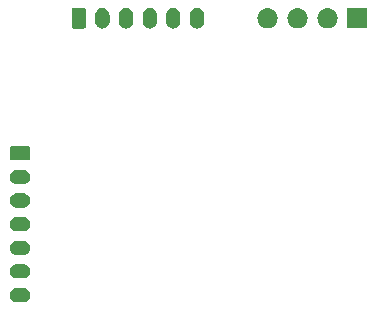
<source format=gbr>
G04 #@! TF.GenerationSoftware,KiCad,Pcbnew,(5.1.4)-1*
G04 #@! TF.CreationDate,2019-11-08T14:44:36+01:00*
G04 #@! TF.ProjectId,BLDC_4,424c4443-5f34-42e6-9b69-6361645f7063,rev?*
G04 #@! TF.SameCoordinates,Original*
G04 #@! TF.FileFunction,Soldermask,Bot*
G04 #@! TF.FilePolarity,Negative*
%FSLAX46Y46*%
G04 Gerber Fmt 4.6, Leading zero omitted, Abs format (unit mm)*
G04 Created by KiCad (PCBNEW (5.1.4)-1) date 2019-11-08 14:44:36*
%MOMM*%
%LPD*%
G04 APERTURE LIST*
%ADD10C,0.100000*%
G04 APERTURE END LIST*
D10*
G36*
X136282621Y-81893682D02*
G01*
X136395721Y-81927990D01*
X136499955Y-81983704D01*
X136591317Y-82058683D01*
X136666296Y-82150045D01*
X136722010Y-82254279D01*
X136756318Y-82367379D01*
X136767903Y-82485000D01*
X136756318Y-82602621D01*
X136722010Y-82715721D01*
X136666296Y-82819955D01*
X136591317Y-82911317D01*
X136499955Y-82986296D01*
X136395721Y-83042010D01*
X136282621Y-83076318D01*
X136194474Y-83085000D01*
X135585526Y-83085000D01*
X135497379Y-83076318D01*
X135384279Y-83042010D01*
X135280045Y-82986296D01*
X135188683Y-82911317D01*
X135113704Y-82819955D01*
X135057990Y-82715721D01*
X135023682Y-82602621D01*
X135012097Y-82485000D01*
X135023682Y-82367379D01*
X135057990Y-82254279D01*
X135113704Y-82150045D01*
X135188683Y-82058683D01*
X135280045Y-81983704D01*
X135384279Y-81927990D01*
X135497379Y-81893682D01*
X135585526Y-81885000D01*
X136194474Y-81885000D01*
X136282621Y-81893682D01*
X136282621Y-81893682D01*
G37*
G36*
X136282621Y-79893682D02*
G01*
X136395721Y-79927990D01*
X136499955Y-79983704D01*
X136591317Y-80058683D01*
X136666296Y-80150045D01*
X136722010Y-80254279D01*
X136756318Y-80367379D01*
X136767903Y-80485000D01*
X136756318Y-80602621D01*
X136722010Y-80715721D01*
X136666296Y-80819955D01*
X136591317Y-80911317D01*
X136499955Y-80986296D01*
X136395721Y-81042010D01*
X136282621Y-81076318D01*
X136194474Y-81085000D01*
X135585526Y-81085000D01*
X135497379Y-81076318D01*
X135384279Y-81042010D01*
X135280045Y-80986296D01*
X135188683Y-80911317D01*
X135113704Y-80819955D01*
X135057990Y-80715721D01*
X135023682Y-80602621D01*
X135012097Y-80485000D01*
X135023682Y-80367379D01*
X135057990Y-80254279D01*
X135113704Y-80150045D01*
X135188683Y-80058683D01*
X135280045Y-79983704D01*
X135384279Y-79927990D01*
X135497379Y-79893682D01*
X135585526Y-79885000D01*
X136194474Y-79885000D01*
X136282621Y-79893682D01*
X136282621Y-79893682D01*
G37*
G36*
X136282621Y-77893682D02*
G01*
X136395721Y-77927990D01*
X136499955Y-77983704D01*
X136591317Y-78058683D01*
X136666296Y-78150045D01*
X136722010Y-78254279D01*
X136756318Y-78367379D01*
X136767903Y-78485000D01*
X136756318Y-78602621D01*
X136722010Y-78715721D01*
X136666296Y-78819955D01*
X136591317Y-78911317D01*
X136499955Y-78986296D01*
X136395721Y-79042010D01*
X136282621Y-79076318D01*
X136194474Y-79085000D01*
X135585526Y-79085000D01*
X135497379Y-79076318D01*
X135384279Y-79042010D01*
X135280045Y-78986296D01*
X135188683Y-78911317D01*
X135113704Y-78819955D01*
X135057990Y-78715721D01*
X135023682Y-78602621D01*
X135012097Y-78485000D01*
X135023682Y-78367379D01*
X135057990Y-78254279D01*
X135113704Y-78150045D01*
X135188683Y-78058683D01*
X135280045Y-77983704D01*
X135384279Y-77927990D01*
X135497379Y-77893682D01*
X135585526Y-77885000D01*
X136194474Y-77885000D01*
X136282621Y-77893682D01*
X136282621Y-77893682D01*
G37*
G36*
X136282621Y-75893682D02*
G01*
X136395721Y-75927990D01*
X136499955Y-75983704D01*
X136591317Y-76058683D01*
X136666296Y-76150045D01*
X136722010Y-76254279D01*
X136756318Y-76367379D01*
X136767903Y-76485000D01*
X136756318Y-76602621D01*
X136722010Y-76715721D01*
X136666296Y-76819955D01*
X136591317Y-76911317D01*
X136499955Y-76986296D01*
X136395721Y-77042010D01*
X136282621Y-77076318D01*
X136194474Y-77085000D01*
X135585526Y-77085000D01*
X135497379Y-77076318D01*
X135384279Y-77042010D01*
X135280045Y-76986296D01*
X135188683Y-76911317D01*
X135113704Y-76819955D01*
X135057990Y-76715721D01*
X135023682Y-76602621D01*
X135012097Y-76485000D01*
X135023682Y-76367379D01*
X135057990Y-76254279D01*
X135113704Y-76150045D01*
X135188683Y-76058683D01*
X135280045Y-75983704D01*
X135384279Y-75927990D01*
X135497379Y-75893682D01*
X135585526Y-75885000D01*
X136194474Y-75885000D01*
X136282621Y-75893682D01*
X136282621Y-75893682D01*
G37*
G36*
X136282621Y-73893682D02*
G01*
X136395721Y-73927990D01*
X136499955Y-73983704D01*
X136591317Y-74058683D01*
X136666296Y-74150045D01*
X136722010Y-74254279D01*
X136756318Y-74367379D01*
X136767903Y-74485000D01*
X136756318Y-74602621D01*
X136722010Y-74715721D01*
X136666296Y-74819955D01*
X136591317Y-74911317D01*
X136499955Y-74986296D01*
X136395721Y-75042010D01*
X136282621Y-75076318D01*
X136194474Y-75085000D01*
X135585526Y-75085000D01*
X135497379Y-75076318D01*
X135384279Y-75042010D01*
X135280045Y-74986296D01*
X135188683Y-74911317D01*
X135113704Y-74819955D01*
X135057990Y-74715721D01*
X135023682Y-74602621D01*
X135012097Y-74485000D01*
X135023682Y-74367379D01*
X135057990Y-74254279D01*
X135113704Y-74150045D01*
X135188683Y-74058683D01*
X135280045Y-73983704D01*
X135384279Y-73927990D01*
X135497379Y-73893682D01*
X135585526Y-73885000D01*
X136194474Y-73885000D01*
X136282621Y-73893682D01*
X136282621Y-73893682D01*
G37*
G36*
X136282621Y-71893682D02*
G01*
X136395721Y-71927990D01*
X136499955Y-71983704D01*
X136591317Y-72058683D01*
X136666296Y-72150045D01*
X136722010Y-72254279D01*
X136756318Y-72367379D01*
X136767903Y-72485000D01*
X136756318Y-72602621D01*
X136722010Y-72715721D01*
X136666296Y-72819955D01*
X136591317Y-72911317D01*
X136499955Y-72986296D01*
X136395721Y-73042010D01*
X136282621Y-73076318D01*
X136194474Y-73085000D01*
X135585526Y-73085000D01*
X135497379Y-73076318D01*
X135384279Y-73042010D01*
X135280045Y-72986296D01*
X135188683Y-72911317D01*
X135113704Y-72819955D01*
X135057990Y-72715721D01*
X135023682Y-72602621D01*
X135012097Y-72485000D01*
X135023682Y-72367379D01*
X135057990Y-72254279D01*
X135113704Y-72150045D01*
X135188683Y-72058683D01*
X135280045Y-71983704D01*
X135384279Y-71927990D01*
X135497379Y-71893682D01*
X135585526Y-71885000D01*
X136194474Y-71885000D01*
X136282621Y-71893682D01*
X136282621Y-71893682D01*
G37*
G36*
X136622345Y-69888995D02*
G01*
X136655451Y-69899038D01*
X136685964Y-69915347D01*
X136712706Y-69937294D01*
X136734653Y-69964036D01*
X136750962Y-69994549D01*
X136761005Y-70027655D01*
X136765000Y-70068221D01*
X136765000Y-70901779D01*
X136761005Y-70942345D01*
X136750962Y-70975451D01*
X136734653Y-71005964D01*
X136712706Y-71032706D01*
X136685964Y-71054653D01*
X136655451Y-71070962D01*
X136622345Y-71081005D01*
X136581779Y-71085000D01*
X135198221Y-71085000D01*
X135157655Y-71081005D01*
X135124549Y-71070962D01*
X135094036Y-71054653D01*
X135067294Y-71032706D01*
X135045347Y-71005964D01*
X135029038Y-70975451D01*
X135018995Y-70942345D01*
X135015000Y-70901779D01*
X135015000Y-70068221D01*
X135018995Y-70027655D01*
X135029038Y-69994549D01*
X135045347Y-69964036D01*
X135067294Y-69937294D01*
X135094036Y-69915347D01*
X135124549Y-69899038D01*
X135157655Y-69888995D01*
X135198221Y-69885000D01*
X136581779Y-69885000D01*
X136622345Y-69888995D01*
X136622345Y-69888995D01*
G37*
G36*
X144992620Y-58188682D02*
G01*
X145105720Y-58222990D01*
X145209954Y-58278704D01*
X145301317Y-58353683D01*
X145376296Y-58445045D01*
X145432010Y-58549279D01*
X145466318Y-58662379D01*
X145475000Y-58750526D01*
X145475000Y-59359474D01*
X145466318Y-59447621D01*
X145432010Y-59560721D01*
X145376296Y-59664955D01*
X145301317Y-59756317D01*
X145209955Y-59831296D01*
X145105721Y-59887010D01*
X144992621Y-59921318D01*
X144875000Y-59932903D01*
X144757380Y-59921318D01*
X144644280Y-59887010D01*
X144540046Y-59831296D01*
X144448684Y-59756317D01*
X144373705Y-59664955D01*
X144317990Y-59560721D01*
X144283682Y-59447621D01*
X144275000Y-59359474D01*
X144275000Y-58750527D01*
X144283682Y-58662380D01*
X144317990Y-58549280D01*
X144373704Y-58445046D01*
X144448683Y-58353683D01*
X144540045Y-58278704D01*
X144644279Y-58222990D01*
X144757379Y-58188682D01*
X144875000Y-58177097D01*
X144992620Y-58188682D01*
X144992620Y-58188682D01*
G37*
G36*
X148992620Y-58188682D02*
G01*
X149105720Y-58222990D01*
X149209954Y-58278704D01*
X149301317Y-58353683D01*
X149376296Y-58445045D01*
X149432010Y-58549279D01*
X149466318Y-58662379D01*
X149475000Y-58750526D01*
X149475000Y-59359474D01*
X149466318Y-59447621D01*
X149432010Y-59560721D01*
X149376296Y-59664955D01*
X149301317Y-59756317D01*
X149209955Y-59831296D01*
X149105721Y-59887010D01*
X148992621Y-59921318D01*
X148875000Y-59932903D01*
X148757380Y-59921318D01*
X148644280Y-59887010D01*
X148540046Y-59831296D01*
X148448684Y-59756317D01*
X148373705Y-59664955D01*
X148317990Y-59560721D01*
X148283682Y-59447621D01*
X148275000Y-59359474D01*
X148275000Y-58750527D01*
X148283682Y-58662380D01*
X148317990Y-58549280D01*
X148373704Y-58445046D01*
X148448683Y-58353683D01*
X148540045Y-58278704D01*
X148644279Y-58222990D01*
X148757379Y-58188682D01*
X148875000Y-58177097D01*
X148992620Y-58188682D01*
X148992620Y-58188682D01*
G37*
G36*
X150992620Y-58188682D02*
G01*
X151105720Y-58222990D01*
X151209954Y-58278704D01*
X151301317Y-58353683D01*
X151376296Y-58445045D01*
X151432010Y-58549279D01*
X151466318Y-58662379D01*
X151475000Y-58750526D01*
X151475000Y-59359474D01*
X151466318Y-59447621D01*
X151432010Y-59560721D01*
X151376296Y-59664955D01*
X151301317Y-59756317D01*
X151209955Y-59831296D01*
X151105721Y-59887010D01*
X150992621Y-59921318D01*
X150875000Y-59932903D01*
X150757380Y-59921318D01*
X150644280Y-59887010D01*
X150540046Y-59831296D01*
X150448684Y-59756317D01*
X150373705Y-59664955D01*
X150317990Y-59560721D01*
X150283682Y-59447621D01*
X150275000Y-59359474D01*
X150275000Y-58750527D01*
X150283682Y-58662380D01*
X150317990Y-58549280D01*
X150373704Y-58445046D01*
X150448683Y-58353683D01*
X150540045Y-58278704D01*
X150644279Y-58222990D01*
X150757379Y-58188682D01*
X150875000Y-58177097D01*
X150992620Y-58188682D01*
X150992620Y-58188682D01*
G37*
G36*
X146992620Y-58188682D02*
G01*
X147105720Y-58222990D01*
X147209954Y-58278704D01*
X147301317Y-58353683D01*
X147376296Y-58445045D01*
X147432010Y-58549279D01*
X147466318Y-58662379D01*
X147475000Y-58750526D01*
X147475000Y-59359474D01*
X147466318Y-59447621D01*
X147432010Y-59560721D01*
X147376296Y-59664955D01*
X147301317Y-59756317D01*
X147209955Y-59831296D01*
X147105721Y-59887010D01*
X146992621Y-59921318D01*
X146875000Y-59932903D01*
X146757380Y-59921318D01*
X146644280Y-59887010D01*
X146540046Y-59831296D01*
X146448684Y-59756317D01*
X146373705Y-59664955D01*
X146317990Y-59560721D01*
X146283682Y-59447621D01*
X146275000Y-59359474D01*
X146275000Y-58750527D01*
X146283682Y-58662380D01*
X146317990Y-58549280D01*
X146373704Y-58445046D01*
X146448683Y-58353683D01*
X146540045Y-58278704D01*
X146644279Y-58222990D01*
X146757379Y-58188682D01*
X146875000Y-58177097D01*
X146992620Y-58188682D01*
X146992620Y-58188682D01*
G37*
G36*
X142992620Y-58188682D02*
G01*
X143105720Y-58222990D01*
X143209954Y-58278704D01*
X143301317Y-58353683D01*
X143376296Y-58445045D01*
X143432010Y-58549279D01*
X143466318Y-58662379D01*
X143475000Y-58750526D01*
X143475000Y-59359474D01*
X143466318Y-59447621D01*
X143432010Y-59560721D01*
X143376296Y-59664955D01*
X143301317Y-59756317D01*
X143209955Y-59831296D01*
X143105721Y-59887010D01*
X142992621Y-59921318D01*
X142875000Y-59932903D01*
X142757380Y-59921318D01*
X142644280Y-59887010D01*
X142540046Y-59831296D01*
X142448684Y-59756317D01*
X142373705Y-59664955D01*
X142317990Y-59560721D01*
X142283682Y-59447621D01*
X142275000Y-59359474D01*
X142275000Y-58750527D01*
X142283682Y-58662380D01*
X142317990Y-58549280D01*
X142373704Y-58445046D01*
X142448683Y-58353683D01*
X142540045Y-58278704D01*
X142644279Y-58222990D01*
X142757379Y-58188682D01*
X142875000Y-58177097D01*
X142992620Y-58188682D01*
X142992620Y-58188682D01*
G37*
G36*
X141332345Y-58183995D02*
G01*
X141365451Y-58194038D01*
X141395964Y-58210347D01*
X141422706Y-58232294D01*
X141444653Y-58259036D01*
X141460962Y-58289549D01*
X141471005Y-58322655D01*
X141475000Y-58363221D01*
X141475000Y-59746779D01*
X141471005Y-59787345D01*
X141460962Y-59820451D01*
X141444653Y-59850964D01*
X141422706Y-59877706D01*
X141395964Y-59899653D01*
X141365451Y-59915962D01*
X141332345Y-59926005D01*
X141291779Y-59930000D01*
X140458221Y-59930000D01*
X140417655Y-59926005D01*
X140384549Y-59915962D01*
X140354036Y-59899653D01*
X140327294Y-59877706D01*
X140305347Y-59850964D01*
X140289038Y-59820451D01*
X140278995Y-59787345D01*
X140275000Y-59746779D01*
X140275000Y-58363221D01*
X140278995Y-58322655D01*
X140289038Y-58289549D01*
X140305347Y-58259036D01*
X140327294Y-58232294D01*
X140354036Y-58210347D01*
X140384549Y-58194038D01*
X140417655Y-58183995D01*
X140458221Y-58180000D01*
X141291779Y-58180000D01*
X141332345Y-58183995D01*
X141332345Y-58183995D01*
G37*
G36*
X157011627Y-58217299D02*
G01*
X157061059Y-58232294D01*
X157171855Y-58265903D01*
X157171857Y-58265904D01*
X157319518Y-58344831D01*
X157448949Y-58451051D01*
X157555169Y-58580482D01*
X157634096Y-58728143D01*
X157682701Y-58888373D01*
X157699112Y-59055000D01*
X157682701Y-59221627D01*
X157634096Y-59381857D01*
X157555169Y-59529518D01*
X157448949Y-59658949D01*
X157319518Y-59765169D01*
X157219008Y-59818893D01*
X157171855Y-59844097D01*
X157091742Y-59868398D01*
X157011627Y-59892701D01*
X156886752Y-59905000D01*
X156803248Y-59905000D01*
X156678373Y-59892701D01*
X156598258Y-59868398D01*
X156518145Y-59844097D01*
X156470992Y-59818893D01*
X156370482Y-59765169D01*
X156241051Y-59658949D01*
X156134831Y-59529518D01*
X156055904Y-59381857D01*
X156007299Y-59221627D01*
X155990888Y-59055000D01*
X156007299Y-58888373D01*
X156055904Y-58728143D01*
X156134831Y-58580482D01*
X156241051Y-58451051D01*
X156370482Y-58344831D01*
X156518143Y-58265904D01*
X156518145Y-58265903D01*
X156628941Y-58232294D01*
X156678373Y-58217299D01*
X156803248Y-58205000D01*
X156886752Y-58205000D01*
X157011627Y-58217299D01*
X157011627Y-58217299D01*
G37*
G36*
X159551627Y-58217299D02*
G01*
X159601059Y-58232294D01*
X159711855Y-58265903D01*
X159711857Y-58265904D01*
X159859518Y-58344831D01*
X159988949Y-58451051D01*
X160095169Y-58580482D01*
X160174096Y-58728143D01*
X160222701Y-58888373D01*
X160239112Y-59055000D01*
X160222701Y-59221627D01*
X160174096Y-59381857D01*
X160095169Y-59529518D01*
X159988949Y-59658949D01*
X159859518Y-59765169D01*
X159759008Y-59818893D01*
X159711855Y-59844097D01*
X159631742Y-59868398D01*
X159551627Y-59892701D01*
X159426752Y-59905000D01*
X159343248Y-59905000D01*
X159218373Y-59892701D01*
X159138258Y-59868398D01*
X159058145Y-59844097D01*
X159010992Y-59818893D01*
X158910482Y-59765169D01*
X158781051Y-59658949D01*
X158674831Y-59529518D01*
X158595904Y-59381857D01*
X158547299Y-59221627D01*
X158530888Y-59055000D01*
X158547299Y-58888373D01*
X158595904Y-58728143D01*
X158674831Y-58580482D01*
X158781051Y-58451051D01*
X158910482Y-58344831D01*
X159058143Y-58265904D01*
X159058145Y-58265903D01*
X159168941Y-58232294D01*
X159218373Y-58217299D01*
X159343248Y-58205000D01*
X159426752Y-58205000D01*
X159551627Y-58217299D01*
X159551627Y-58217299D01*
G37*
G36*
X162091627Y-58217299D02*
G01*
X162141059Y-58232294D01*
X162251855Y-58265903D01*
X162251857Y-58265904D01*
X162399518Y-58344831D01*
X162528949Y-58451051D01*
X162635169Y-58580482D01*
X162714096Y-58728143D01*
X162762701Y-58888373D01*
X162779112Y-59055000D01*
X162762701Y-59221627D01*
X162714096Y-59381857D01*
X162635169Y-59529518D01*
X162528949Y-59658949D01*
X162399518Y-59765169D01*
X162299008Y-59818893D01*
X162251855Y-59844097D01*
X162171742Y-59868398D01*
X162091627Y-59892701D01*
X161966752Y-59905000D01*
X161883248Y-59905000D01*
X161758373Y-59892701D01*
X161678258Y-59868398D01*
X161598145Y-59844097D01*
X161550992Y-59818893D01*
X161450482Y-59765169D01*
X161321051Y-59658949D01*
X161214831Y-59529518D01*
X161135904Y-59381857D01*
X161087299Y-59221627D01*
X161070888Y-59055000D01*
X161087299Y-58888373D01*
X161135904Y-58728143D01*
X161214831Y-58580482D01*
X161321051Y-58451051D01*
X161450482Y-58344831D01*
X161598143Y-58265904D01*
X161598145Y-58265903D01*
X161708941Y-58232294D01*
X161758373Y-58217299D01*
X161883248Y-58205000D01*
X161966752Y-58205000D01*
X162091627Y-58217299D01*
X162091627Y-58217299D01*
G37*
G36*
X165315000Y-59905000D02*
G01*
X163615000Y-59905000D01*
X163615000Y-58205000D01*
X165315000Y-58205000D01*
X165315000Y-59905000D01*
X165315000Y-59905000D01*
G37*
M02*

</source>
